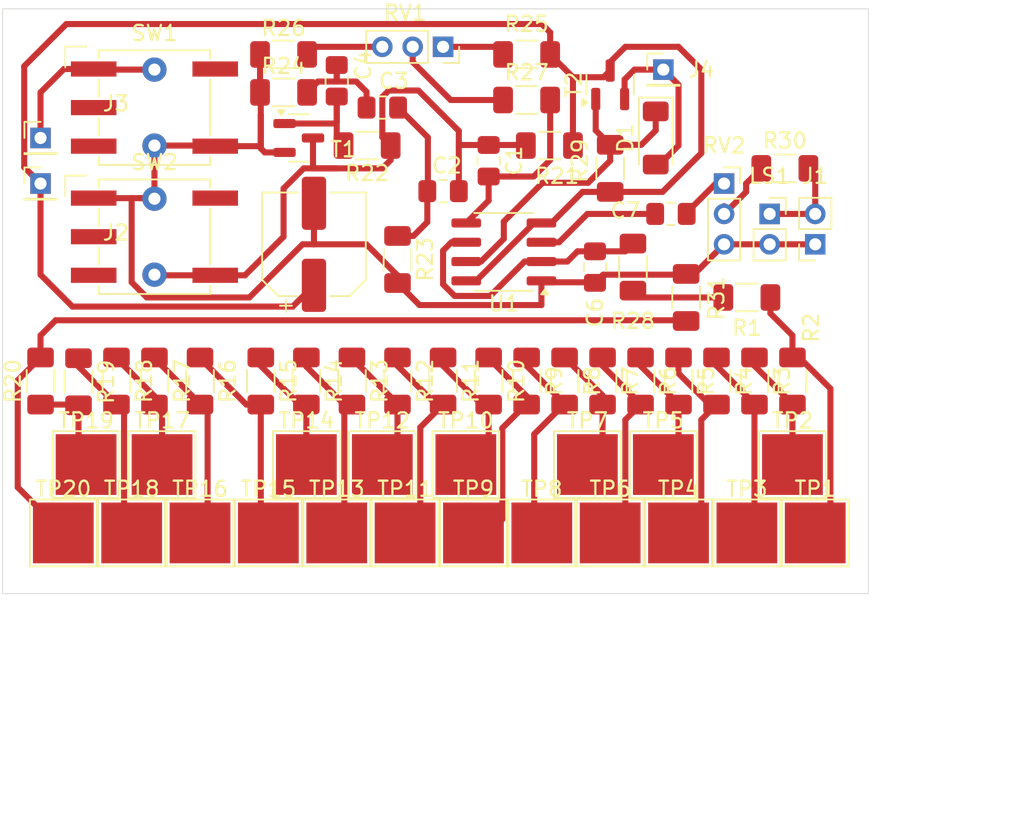
<source format=kicad_pcb>
(kicad_pcb (version 20240108) (generator "pcbnew") (generator_version "8.0")
  (layers (0 "F.Cu" signal) (31 "B.Cu" signal) (34 "B.Paste" user) (35 "F.Paste" user) (36 "B.SilkS" user "B.Silkscreen") (37 "F.SilkS" user "F.Silkscreen") (38 "B.Mask" user) (39 "F.Mask" user) (44 "Edge.Cuts" user))
  (net 0 "")
  (net 1 "Net-(T1-C)")
  (net 2 "Net-(U1-CV)")
  (net 3 "Net-(C2-Pad1)")
  (net 4 "Net-(C3-Pad1)")
  (net 5 "Net-(T1-B)")
  (net 6 "Net-(J2-Pin_1)")
  (net 7 "Net-(U1-THR)")
  (net 8 "Net-(U1-Q)")
  (net 9 "Net-(C7-Pad2)")
  (net 10 "Net-(D1-A)")
  (net 11 "Net-(D1-K)")
  (net 12 "Net-(J3-Pin_1)")
  (net 13 "Net-(R1-Pad1)")
  (net 14 "Net-(R1-Pad2)")
  (net 15 "Net-(R2-Pad2)")
  (net 16 "Net-(R3-Pad2)")
  (net 17 "Net-(R4-Pad2)")
  (net 18 "Net-(R5-Pad2)")
  (net 19 "Net-(R6-Pad2)")
  (net 20 "Net-(R7-Pad2)")
  (net 21 "Net-(R8-Pad2)")
  (net 22 "Net-(R10-Pad1)")
  (net 23 "Net-(R10-Pad2)")
  (net 24 "Net-(R11-Pad2)")
  (net 25 "Net-(R12-Pad2)")
  (net 26 "Net-(R13-Pad2)")
  (net 27 "Net-(R14-Pad2)")
  (net 28 "Net-(R15-Pad2)")
  (net 29 "Net-(R16-Pad2)")
  (net 30 "Net-(R17-Pad2)")
  (net 31 "Net-(R18-Pad2)")
  (net 32 "Net-(R19-Pad2)")
  (net 33 "Net-(R20-Pad2)")
  (net 34 "Net-(R25-Pad2)")
  (net 35 "Net-(R26-Pad1)")
  (net 36 "Net-(R27-Pad1)")
  (net 37 "Net-(R30-Pad1)")
  (net 38 "Net-(J1-Pin_1)")
  (net 39 "Net-(J1-Pin_2)")
  (footprint "Capacitor_SMD:CP_Elec_6.3x7.7" (layer "F.Cu") (at 106.5 119.5 90)
    (property "Reference" "C5" (hide yes))
    (property "Value" "100uF")
  )
  (footprint "Resistor_SMD:R_1206_3216Metric_Pad1.30x1.75mm_HandSolder" (layer "F.Cu") (at 135 123)
    (property "Reference" "R1")
    (property "Value" "33,3k")
  )
  (footprint "TestPoint:TestPoint_Pad_4.0x4.0mm" (layer "F.Cu") (at 106 134)
    (property "Reference" "TP14")
    (property "Value" "Fis")
  )
  (footprint "Diode_SMD:D_MiniMELF" (layer "F.Cu") (at 129 112.5 -90)
    (property "Reference" "D1")
    (property "Value" "1S44")
  )
  (footprint "TestPoint:TestPoint_Pad_4.0x4.0mm" (layer "F.Cu") (at 94.5 138.5)
    (property "Reference" "TP18")
    (property "Value" "D")
  )
  (footprint "Resistor_SMD:R_1206_3216Metric_Pad1.30x1.75mm_HandSolder" (layer "F.Cu") (at 127.5 121 90)
    (property "Reference" "R28")
    (property "Value" "680")
  )
  (footprint "Capacitor_SMD:C_0805_2012Metric_Pad1.18x1.45mm_HandSolder" (layer "F.Cu") (at 115 116)
    (property "Reference" "C2")
    (property "Value" "0,1uF")
  )
  (footprint "TestPoint:TestPoint_Pad_4.0x4.0mm" (layer "F.Cu") (at 91.5 134)
    (property "Reference" "TP19")
    (property "Value" "Cis")
  )
  (footprint "Resistor_SMD:R_1206_3216Metric_Pad1.30x1.75mm_HandSolder" (layer "F.Cu") (at 137.5 114.5)
    (property "Reference" "R30")
    (property "Value" "56")
  )
  (footprint "Resistor_SMD:R_1206_3216Metric_Pad1.30x1.75mm_HandSolder" (layer "F.Cu") (at 138 128.5 -90)
    (property "Reference" "R2")
    (property "Value" "2,05k")
  )
  (footprint "Resistor_SMD:R_1206_3216Metric_Pad1.30x1.75mm_HandSolder" (layer "F.Cu") (at 128 128.5 -90)
    (property "Reference" "R6")
    (property "Value" "2,59k")
  )
  (footprint "Connector_PinSocket_2.00mm:PinSocket_1x02_P2.00mm_Vertical" (layer "F.Cu") (at 136.5 117.5)
    (property "Reference" "LS1")
    (property "Value" "75Ohm" (hide yes))
  )
  (footprint "Button_Switch_SMD:Nidec_Copal_SH-7040B" (layer "F.Cu") (at 96 119)
    (property "Reference" "SW2")
    (property "Value" "Vibrato")
  )
  (footprint "TestPoint:TestPoint_Pad_4.0x4.0mm" (layer "F.Cu") (at 121.5 138.5)
    (property "Reference" "TP8")
    (property "Value" "C")
  )
  (footprint "Package_SO:SOIC-8_3.9x4.9mm_P1.27mm" (layer "F.Cu") (at 119 120 180)
    (property "Reference" "U1")
    (property "Value" "NE555D")
  )
  (footprint "Resistor_SMD:R_1206_3216Metric_Pad1.30x1.75mm_HandSolder" (layer "F.Cu") (at 123 128.5 -90)
    (property "Reference" "R8")
    (property "Value" "2,91k")
  )
  (footprint "Resistor_SMD:R_1206_3216Metric_Pad1.30x1.75mm_HandSolder" (layer "F.Cu") (at 106 128.5 -90)
    (property "Reference" "R14")
    (property "Value" "4,11k")
  )
  (footprint "Connector_PinHeader_2.00mm:PinHeader_1x01_P2.00mm_Vertical" (layer "F.Cu") (at 88.5 112.5)
    (property "Reference" "J3")
    (property "Value" "-")
  )
  (footprint "TestPoint:TestPoint_Pad_4.0x4.0mm" (layer "F.Cu") (at 135 138.5)
    (property "Reference" "TP3")
    (property "Value" "F")
  )
  (footprint "Connector_PinSocket_2.00mm:PinSocket_1x03_P2.00mm_Vertical" (layer "F.Cu") (at 133.5 115.5)
    (property "Reference" "RV2")
    (property "Value" "220")
  )
  (footprint "TestPoint:TestPoint_Pad_4.0x4.0mm" (layer "F.Cu") (at 108 138.5)
    (property "Reference" "TP13")
    (property "Value" "G")
  )
  (footprint "Resistor_SMD:R_1206_3216Metric_Pad1.30x1.75mm_HandSolder" (layer "F.Cu") (at 99 128.5 -90)
    (property "Reference" "R16")
    (property "Value" "4,59k")
  )
  (footprint "Resistor_SMD:R_1206_3216Metric_Pad1.30x1.75mm_HandSolder" (layer "F.Cu") (at 96 128.5 -90)
    (property "Reference" "R17")
    (property "Value" "4,84k")
  )
  (footprint "TestPoint:TestPoint_Pad_4.0x4.0mm" (layer "F.Cu") (at 126 138.5)
    (property "Reference" "TP6")
    (property "Value" "D")
  )
  (footprint "Connector_PinSocket_2.00mm:PinSocket_1x03_P2.00mm_Vertical" (layer "F.Cu") (at 115 106.5 -90)
    (property "Reference" "RV1")
    (property "Value" "4k7")
  )
  (footprint "Resistor_SMD:R_1206_3216Metric_Pad1.30x1.75mm_HandSolder" (layer "F.Cu") (at 135.5 128.5 -90)
    (property "Reference" "R3")
    (property "Value" "2,18k")
  )
  (footprint "Resistor_SMD:R_1206_3216Metric_Pad1.30x1.75mm_HandSolder" (layer "F.Cu") (at 122 113 180)
    (property "Reference" "R21")
    (property "Value" "68k")
  )
  (footprint "TestPoint:TestPoint_Pad_4.0x4.0mm" (layer "F.Cu") (at 116.5 134)
    (property "Reference" "TP10")
    (property "Value" "Ais")
  )
  (footprint "TestPoint:TestPoint_Pad_4.0x4.0mm" (layer "F.Cu") (at 96.5 134)
    (property "Reference" "TP17")
    (property "Value" "Dis")
  )
  (footprint "Button_Switch_SMD:Nidec_Copal_SH-7040B" (layer "F.Cu") (at 96 110.5)
    (property "Reference" "SW1")
    (property "Value" "On/Off")
  )
  (footprint "Resistor_SMD:R_1206_3216Metric_Pad1.30x1.75mm_HandSolder" (layer "F.Cu") (at 120.5 110)
    (property "Reference" "R27")
    (property "Value" "4k7")
  )
  (footprint "TestPoint:TestPoint_Pad_4.0x4.0mm" (layer "F.Cu") (at 90 138.5)
    (property "Reference" "TP20")
    (property "Value" "C")
  )
  (footprint "Resistor_SMD:R_1206_3216Metric_Pad1.30x1.75mm_HandSolder" (layer "F.Cu") (at 109 128.5 -90)
    (property "Reference" "R13")
    (property "Value" "3,88k")
  )
  (footprint "TestPoint:TestPoint_Pad_4.0x4.0mm" (layer "F.Cu") (at 103.5 138.5)
    (property "Reference" "TP15")
    (property "Value" "F")
  )
  (footprint "Capacitor_SMD:C_0805_2012Metric_Pad1.18x1.45mm_HandSolder" (layer "F.Cu") (at 125 121 -90)
    (property "Reference" "C6")
    (property "Value" "27nF")
  )
  (footprint "Resistor_SMD:R_1206_3216Metric_Pad1.30x1.75mm_HandSolder" (layer "F.Cu") (at 91 128.55 -90)
    (property "Reference" "R19")
    (property "Value" "5,49k")
  )
  (footprint "Resistor_SMD:R_1206_3216Metric_Pad1.30x1.75mm_HandSolder" (layer "F.Cu") (at 131 123 90)
    (property "Reference" "R31")
    (property "Value" "270k")
  )
  (footprint "Resistor_SMD:R_1206_3216Metric_Pad1.30x1.75mm_HandSolder" (layer "F.Cu") (at 112 120.5 -90)
    (property "Reference" "R23")
    (property "Value" "58k")
  )
  (footprint "TestPoint:TestPoint_Pad_4.0x4.0mm" (layer "F.Cu") (at 129.5 134)
    (property "Reference" "TP5")
    (property "Value" "Dis")
  )
  (footprint "Resistor_SMD:R_1206_3216Metric_Pad1.30x1.75mm_HandSolder" (layer "F.Cu") (at 110 113 180)
    (property "Reference" "R22")
    (property "Value" "10M")
  )
  (footprint "Capacitor_SMD:C_0805_2012Metric_Pad1.18x1.45mm_HandSolder" (layer "F.Cu") (at 118 114 -90)
    (property "Reference" "C1")
    (property "Value" "0,1uF")
  )
  (footprint "Connector_PinSocket_2.00mm:PinSocket_1x02_P2.00mm_Vertical" (layer "F.Cu") (at 139.5 119.5 180)
    (property "Reference" "J1")
    (property "Value" "Conn_01x02_Socket")
  )
  (footprint "Resistor_SMD:R_1206_3216Metric_Pad1.30x1.75mm_HandSolder" (layer "F.Cu") (at 104.5 109.5 180)
    (property "Reference" "R24")
    (property "Value" "68k")
  )
  (footprint "Resistor_SMD:R_1206_3216Metric_Pad1.30x1.75mm_HandSolder" (layer "F.Cu") (at 120.5 128.5 -90)
    (property "Reference" "R9")
    (property "Value" "3,08k")
  )
  (footprint "Resistor_SMD:R_1206_3216Metric_Pad1.30x1.75mm_HandSolder" (layer "F.Cu") (at 88.5 128.5 90)
    (property "Reference" "R20")
    (property "Value" "5,85k")
  )
  (footprint "Resistor_SMD:R_1206_3216Metric_Pad1.30x1.75mm_HandSolder" (layer "F.Cu") (at 112 128.5 -90)
    (property "Reference" "R12")
    (property "Value" "3,66k")
  )
  (footprint "TestPoint:TestPoint_Pad_4.0x4.0mm" (layer "F.Cu") (at 130.5 138.5)
    (property "Reference" "TP4")
    (property "Value" "E")
  )
  (footprint "Capacitor_SMD:C_0805_2012Metric_Pad1.18x1.45mm_HandSolder" (layer "F.Cu") (at 130 117.5)
    (property "Reference" "C7")
    (property "Value" "10uF")
  )
  (footprint "TestPoint:TestPoint_Pad_4.0x4.0mm" (layer "F.Cu") (at 139.5 138.5)
    (property "Reference" "TP1")
    (property "Value" "G")
  )
  (footprint "TestPoint:TestPoint_Pad_4.0x4.0mm" (layer "F.Cu") (at 124.5 134)
    (property "Reference" "TP7")
    (property "Value" "Cis")
  )
  (footprint "Resistor_SMD:R_1206_3216Metric_Pad1.30x1.75mm_HandSolder" (layer "F.Cu") (at 130.5 128.5 -90)
    (property "Reference" "R5")
    (property "Value" "2,45k")
  )
  (footprint "Resistor_SMD:R_1206_3216Metric_Pad1.30x1.75mm_HandSolder" (layer "F.Cu") (at 125.5 128.5 -90)
    (property "Reference" "R7")
    (property "Value" "2,75k")
  )
  (footprint "Resistor_SMD:R_1206_3216Metric_Pad1.30x1.75mm_HandSolder" (layer "F.Cu") (at 115 128.5 -90)
    (property "Reference" "R11")
    (property "Value" "3,46k")
  )
  (footprint "Resistor_SMD:R_1206_3216Metric_Pad1.30x1.75mm_HandSolder" (layer "F.Cu") (at 118 128.5 -90)
    (property "Reference" "R10")
    (property "Value" "3,27k")
  )
  (footprint "TestPoint:TestPoint_Pad_4.0x4.0mm" (layer "F.Cu") (at 99 138.5)
    (property "Reference" "TP16")
    (property "Value" "E")
  )
  (footprint "Package_TO_SOT_SMD:SOT-23" (layer "F.Cu") (at 105.5 112.5)
    (property "Reference" "T1")
    (property "Value" "BC846")
  )
  (footprint "Resistor_SMD:R_1206_3216Metric_Pad1.30x1.75mm_HandSolder" (layer "F.Cu") (at 120.5 107 180)
    (property "Reference" "R25")
    (property "Value" "1k")
  )
  (footprint "Connector_PinHeader_2.00mm:PinHeader_1x01_P2.00mm_Vertical" (layer "F.Cu") (at 88.5 115.5)
    (property "Reference" "J2")
    (property "Value" "+")
  )
  (footprint "Package_TO_SOT_SMD:SOT-23" (layer "F.Cu") (at 126 109 90)
    (property "Reference" "T2")
    (property "Value" "BC846")
  )
  (footprint "Resistor_SMD:R_1206_3216Metric_Pad1.30x1.75mm_HandSolder" (layer "F.Cu") (at 93.5 128.5 -90)
    (property "Reference" "R18")
    (property "Value" "5,15k")
  )
  (footprint "Resistor_SMD:R_1206_3216Metric_Pad1.30x1.75mm_HandSolder" (layer "F.Cu") (at 126 114.5 90)
    (property "Reference" "R29")
    (property "Value" "4,7k")
  )
  (footprint "TestPoint:TestPoint_Pad_4.0x4.0mm" (layer "F.Cu") (at 138 134)
    (property "Reference" "TP2")
    (property "Value" "Fis")
  )
  (footprint "Resistor_SMD:R_1206_3216Metric_Pad1.30x1.75mm_HandSolder" (layer "F.Cu") (at 104.5 107 180)
    (property "Reference" "R26")
    (property "Value" "3k3")
  )
  (footprint "TestPoint:TestPoint_Pad_4.0x4.0mm" (layer "F.Cu") (at 111 134)
    (property "Reference" "TP12")
    (property "Value" "Gis")
  )
  (footprint "Connector_PinHeader_2.00mm:PinHeader_1x01_P2.00mm_Vertical" (layer "F.Cu") (at 129.5 108)
    (property "Reference" "J4")
    (property "Value" "Stylus")
  )
  (footprint "Capacitor_SMD:C_0805_2012Metric_Pad1.18x1.45mm_HandSolder" (layer "F.Cu") (at 111 110.5)
    (property "Reference" "C3")
    (property "Value" "0,1uF")
  )
  (footprint "Resistor_SMD:R_1206_3216Metric_Pad1.30x1.75mm_HandSolder" (layer "F.Cu") (at 103 128.5 -90)
    (property "Reference" "R15")
    (property "Value" "4,35k")
  )
  (footprint "TestPoint:TestPoint_Pad_4.0x4.0mm" (layer "F.Cu") (at 112.5 138.5)
    (property "Reference" "TP11")
    (property "Value" "A")
  )
  (footprint "TestPoint:TestPoint_Pad_4.0x4.0mm" (layer "F.Cu") (at 117 138.5)
    (property "Reference" "TP9")
    (property "Value" "H")
  )
  (footprint "Resistor_SMD:R_1206_3216Metric_Pad1.30x1.75mm_HandSolder" (layer "F.Cu") (at 133 128.5 -90)
    (property "Reference" "R4")
    (property "Value" "2,32k")
  )
  (footprint "Capacitor_SMD:C_0805_2012Metric_Pad1.18x1.45mm_HandSolder" (layer "F.Cu") (at 108 108.734744 90)
    (property "Reference" "C4")
    (property "Value" "0,1uF")
  )
  (gr_rect (start 86 104) (end 143 142.5) (stroke (width 0.05)) (fill none) (layer "Edge.Cuts"))
  (segment (start 96.04 121.54) (end 96 121.5) (width 0.4) (layer "F.Cu") (net 1))
  (segment (start 120.45 113) (end 120.4125 112.9625) (width 0.4) (layer "F.Cu") (net 1))
  (segment (start 104.5 115.823834) (end 105.823834 114.5) (width 0.4) (layer "F.Cu") (net 1))
  (segment (start 118 112.9625) (end 116.0375 112.9625) (width 0.4) (layer "F.Cu") (net 1))
  (segment (start 100.5 121.54) (end 101.96 121.54) (width 0.4) (layer "F.Cu") (net 1))
  (segment (start 113.375 109.375) (end 116.0375 112.0375) (width 0.4) (layer "F.Cu") (net 1))
  (segment (start 116.0375 112.0375) (end 116.0375 116) (width 0.4) (layer "F.Cu") (net 1))
  (segment (start 101.96 121.54) (end 104.5 119) (width 0.4) (layer "F.Cu") (net 1))
  (segment (start 104.5 119) (end 104.5 115.823834) (width 0.4) (layer "F.Cu") (net 1))
  (segment (start 106.4375 114.4375) (end 106.4375 112.5) (width 0.4) (layer "F.Cu") (net 1))
  (segment (start 111 109.798834) (end 111.423834 109.375) (width 0.4) (layer "F.Cu") (net 1))
  (segment (start 111.55 113) (end 111 112.45) (width 0.4) (layer "F.Cu") (net 1))
  (segment (start 100 121.54) (end 96.04 121.54) (width 0.4) (layer "F.Cu") (net 1))
  (segment (start 120.4125 112.9625) (end 118 112.9625) (width 0.4) (layer "F.Cu") (net 1))
  (segment (start 106.5 114.5) (end 106.4375 114.4375) (width 0.4) (layer "F.Cu") (net 1))
  (segment (start 111.423834 109.375) (end 113.375 109.375) (width 0.4) (layer "F.Cu") (net 1))
  (segment (start 111 112.45) (end 111 109.798834) (width 0.4) (layer "F.Cu") (net 1))
  (segment (start 111.55 113.95) (end 111 114.5) (width 0.4) (layer "F.Cu") (net 1))
  (segment (start 111.55 113) (end 111.55 113.95) (width 0.4) (layer "F.Cu") (net 1))
  (segment (start 111 114.5) (end 106.5 114.5) (width 0.4) (layer "F.Cu") (net 1))
  (segment (start 105.823834 114.5) (end 108 114.5) (width 0.4) (layer "F.Cu") (net 1))
  (via (at 96 121.5) (size 1.6) (drill 0.8) (layers "F.Cu" "B.Cu") (net 1))
  (segment (start 122.05 110) (end 122.05 113.95) (width 0.4) (layer "F.Cu") (net 2))
  (segment (start 122.05 113.95) (end 120.9625 115.0375) (width 0.4) (layer "F.Cu") (net 2))
  (segment (start 118 115.0375) (end 118 116.62) (width 0.4) (layer "F.Cu") (net 2))
  (segment (start 118 116.62) (end 116.525 118.095) (width 0.4) (layer "F.Cu") (net 2))
  (segment (start 120.9625 115.0375) (end 118 115.0375) (width 0.4) (layer "F.Cu") (net 2))
  (segment (start 114 115.9625) (end 114 112.4625) (width 0.4) (layer "F.Cu") (net 3))
  (segment (start 113.05 118.95) (end 112 118.95) (width 0.4) (layer "F.Cu") (net 3))
  (segment (start 113.9625 116) (end 114 115.9625) (width 0.4) (layer "F.Cu") (net 3))
  (segment (start 114 112.4625) (end 112.0375 110.5) (width 0.4) (layer "F.Cu") (net 3))
  (segment (start 113.9625 118.0375) (end 113.05 118.95) (width 0.4) (layer "F.Cu") (net 3))
  (segment (start 113.9625 116) (end 113.9625 118.0375) (width 0.4) (layer "F.Cu") (net 3))
  (segment (start 109.9625 109.4625) (end 109.284744 108.784744) (width 0.4) (layer "F.Cu") (net 4))
  (segment (start 108 108.747244) (end 108 107.697244) (width 0.4) (layer "F.Cu") (net 4))
  (segment (start 109.9625 110.5) (end 109.9625 109.4625) (width 0.4) (layer "F.Cu") (net 4))
  (segment (start 108 108.784744) (end 108 107.697244) (width 0.4) (layer "F.Cu") (net 4))
  (segment (start 106.05 109.5) (end 106.765256 108.784744) (width 0.4) (layer "F.Cu") (net 4))
  (segment (start 107.9625 108.784744) (end 108 108.747244) (width 0.4) (layer "F.Cu") (net 4))
  (segment (start 106.765256 108.784744) (end 107.9625 108.784744) (width 0.4) (layer "F.Cu") (net 4))
  (segment (start 109.284744 108.784744) (end 108 108.784744) (width 0.4) (layer "F.Cu") (net 4))
  (segment (start 108 112.55) (end 108.45 113) (width 0.4) (layer "F.Cu") (net 5))
  (segment (start 108 111.45) (end 108 109.772244) (width 0.4) (layer "F.Cu") (net 5))
  (segment (start 104.5625 111.55) (end 107.9 111.55) (width 0.4) (layer "F.Cu") (net 5))
  (segment (start 107.9 111.55) (end 108 111.45) (width 0.4) (layer "F.Cu") (net 5))
  (segment (start 108 109.772244) (end 108 112.55) (width 0.4) (layer "F.Cu") (net 5))
  (segment (start 129.45 116.05) (end 126 116.05) (width 0.4) (layer "F.Cu") (net 6))
  (segment (start 106.5 122.2) (end 105.1 123.6) (width 0.4) (layer "F.Cu") (net 6))
  (segment (start 126 108.0625) (end 126 107.5) (width 0.4) (layer "F.Cu") (net 6))
  (segment (start 126 107.5) (end 127 106.5) (width 0.4) (layer "F.Cu") (net 6))
  (segment (start 132 108) (end 132 113.5) (width 0.4) (layer "F.Cu") (net 6))
  (segment (start 120.988026 118.095) (end 121.475 118.095) (width 0.4) (layer "F.Cu") (net 6))
  (segment (start 127 106.5) (end 130.5 106.5) (width 0.4) (layer "F.Cu") (net 6))
  (segment (start 123.55 108.5) (end 122.05 107) (width 0.4) (layer "F.Cu") (net 6))
  (segment (start 121.475 118.095) (end 122.139744 118.095) (width 0.4) (layer "F.Cu") (net 6))
  (segment (start 123.55 108.5) (end 125.5625 108.5) (width 0.4) (layer "F.Cu") (net 6))
  (segment (start 90.2 105) (end 121.5 105) (width 0.4) (layer "F.Cu") (net 6))
  (segment (start 122.139744 118.095) (end 124.184744 116.05) (width 0.4) (layer "F.Cu") (net 6))
  (segment (start 122.05 105.55) (end 122.05 107) (width 0.4) (layer "F.Cu") (net 6))
  (segment (start 87.425 107.775) (end 90.2 105) (width 0.4) (layer "F.Cu") (net 6))
  (segment (start 88.5 115.5) (end 87.425 114.425) (width 0.4) (layer "F.Cu") (net 6))
  (segment (start 132 113.5) (end 129.45 116.05) (width 0.4) (layer "F.Cu") (net 6))
  (segment (start 90.6 123.6) (end 88.5 121.5) (width 0.4) (layer "F.Cu") (net 6))
  (segment (start 123.55 113) (end 123.55 108.5) (width 0.4) (layer "F.Cu") (net 6))
  (segment (start 116.525 121.905) (end 117.178026 121.905) (width 0.4) (layer "F.Cu") (net 6))
  (segment (start 125.5625 108.5) (end 126 108.0625) (width 0.4) (layer "F.Cu") (net 6))
  (segment (start 88.5 121.5) (end 88.5 115.5) (width 0.4) (layer "F.Cu") (net 6))
  (segment (start 121.5 105) (end 122.05 105.55) (width 0.4) (layer "F.Cu") (net 6))
  (segment (start 117.178026 121.905) (end 120.988026 118.095) (width 0.4) (layer "F.Cu") (net 6))
  (segment (start 124.184744 116.05) (end 126 116.05) (width 0.4) (layer "F.Cu") (net 6))
  (segment (start 130.5 106.5) (end 132 108) (width 0.4) (layer "F.Cu") (net 6))
  (segment (start 87.425 114.425) (end 87.425 107.775) (width 0.4) (layer "F.Cu") (net 6))
  (segment (start 105.1 123.6) (end 90.6 123.6) (width 0.4) (layer "F.Cu") (net 6))
  (segment (start 126.9875 119.9625) (end 125 119.9625) (width 0.4) (layer "F.Cu") (net 7))
  (segment (start 120.365 120.635) (end 118.1 122.9) (width 0.4) (layer "F.Cu") (net 7))
  (segment (start 125 119.9625) (end 123.850987 119.9625) (width 0.4) (layer "F.Cu") (net 7))
  (segment (start 127.5 119.45) (end 126.9875 119.9625) (width 0.4) (layer "F.Cu") (net 7))
  (segment (start 115 122.136974) (end 115 119.915001) (width 0.4) (layer "F.Cu") (net 7))
  (segment (start 123.178487 120.635) (end 121.475 120.635) (width 0.4) (layer "F.Cu") (net 7))
  (segment (start 123.850987 119.9625) (end 123.178487 120.635) (width 0.4) (layer "F.Cu") (net 7))
  (segment (start 121.475 120.635) (end 120.365 120.635) (width 0.4) (layer "F.Cu") (net 7))
  (segment (start 115.550001 119.365) (end 116.525 119.365) (width 0.4) (layer "F.Cu") (net 7))
  (segment (start 115 119.915001) (end 115.550001 119.365) (width 0.4) (layer "F.Cu") (net 7))
  (segment (start 115.763026 122.9) (end 115 122.136974) (width 0.4) (layer "F.Cu") (net 7))
  (segment (start 118.1 122.9) (end 115.763026 122.9) (width 0.4) (layer "F.Cu") (net 7))
  (segment (start 121.475 119.365) (end 122.635 119.365) (width 0.4) (layer "F.Cu") (net 8))
  (segment (start 122.635 119.365) (end 124.5 117.5) (width 0.4) (layer "F.Cu") (net 8))
  (segment (start 124.5 117.5) (end 128.9625 117.5) (width 0.4) (layer "F.Cu") (net 8))
  (segment (start 132.95 115.5) (end 131.0375 117.4125) (width 0.4) (layer "F.Cu") (net 9))
  (segment (start 133.5 115.5) (end 132.95 115.5) (width 0.4) (layer "F.Cu") (net 9))
  (segment (start 131.0375 117.4125) (end 131.0375 117.5) (width 0.4) (layer "F.Cu") (net 9))
  (segment (start 129.25 114.25) (end 129 114.25) (width 0.4) (layer "F.Cu") (net 10))
  (segment (start 130.5 113) (end 129.25 114.25) (width 0.4) (layer "F.Cu") (net 10))
  (segment (start 126.95 108.65) (end 127.6 108) (width 0.4) (layer "F.Cu") (net 10))
  (segment (start 130.5 109) (end 130.5 113) (width 0.4) (layer "F.Cu") (net 10))
  (segment (start 126.95 109.9375) (end 126.95 108.65) (width 0.4) (layer "F.Cu") (net 10))
  (segment (start 127.6 108) (end 129.5 108) (width 0.4) (layer "F.Cu") (net 10))
  (segment (start 129.5 108) (end 130.5 109) (width 0.4) (layer "F.Cu") (net 10))
  (segment (start 117.499999 120.635) (end 119 119.134999) (width 0.4) (layer "F.Cu") (net 11))
  (segment (start 125.05 109.9375) (end 125.05 112) (width 0.4) (layer "F.Cu") (net 11))
  (segment (start 128.05 112.95) (end 126 112.95) (width 0.4) (layer "F.Cu") (net 11))
  (segment (start 124.55 115.45) (end 126 114) (width 0.4) (layer "F.Cu") (net 11))
  (segment (start 116.525 120.635) (end 117.499999 120.635) (width 0.4) (layer "F.Cu") (net 11))
  (segment (start 125.05 112) (end 126 112.95) (width 0.4) (layer "F.Cu") (net 11))
  (segment (start 121.55 115.45) (end 124.55 115.45) (width 0.4) (layer "F.Cu") (net 11))
  (segment (start 129 112) (end 128.05 112.95) (width 0.4) (layer "F.Cu") (net 11))
  (segment (start 119 119.134999) (end 119 118) (width 0.4) (layer "F.Cu") (net 11))
  (segment (start 129 110.75) (end 129 112) (width 0.4) (layer "F.Cu") (net 11))
  (segment (start 126 114) (end 126 112.95) (width 0.4) (layer "F.Cu") (net 11))
  (segment (start 119 118) (end 121.55 115.45) (width 0.4) (layer "F.Cu") (net 11))
  (segment (start 88.5 109.5) (end 90.04 107.96) (width 0.4) (layer "F.Cu") (net 12))
  (segment (start 96 108) (end 92.04 108) (width 0.4) (layer "F.Cu") (net 12))
  (segment (start 92.04 108) (end 92 107.96) (width 0.4) (layer "F.Cu") (net 12))
  (segment (start 88.5 112.5) (end 88.5 109.5) (width 0.4) (layer "F.Cu") (net 12))
  (segment (start 90.04 107.96) (end 92 107.96) (width 0.4) (layer "F.Cu") (net 12))
  (via (at 96 108) (size 1.6) (drill 0.8) (layers "F.Cu" "B.Cu") (net 12))
  (segment (start 127.5 122.55) (end 127.95 123) (width 0.4) (layer "F.Cu") (net 13))
  (segment (start 127.95 123) (end 133.45 123) (width 0.4) (layer "F.Cu") (net 13))
  (segment (start 138 126.95) (end 138.45 126.95) (width 0.4) (layer "F.Cu") (net 14))
  (segment (start 136.55 123) (end 136.55 124.05) (width 0.4) (layer "F.Cu") (net 14))
  (segment (start 140.5 129) (end 140.5 137.5) (width 0.4) (layer "F.Cu") (net 14))
  (segment (start 140.5 137.5) (end 139.5 138.5) (width 0.4) (layer "F.Cu") (net 14))
  (segment (start 138.45 126.95) (end 140.5 129) (width 0.4) (layer "F.Cu") (net 14))
  (segment (start 138 125.5) (end 138 126.95) (width 0.4) (layer "F.Cu") (net 14))
  (segment (start 136.55 124.05) (end 138 125.5) (width 0.4) (layer "F.Cu") (net 14))
  (segment (start 135.5 127.5) (end 138 130) (width 0.4) (layer "F.Cu") (net 15))
  (segment (start 138 130) (end 138 130.05) (width 0.4) (layer "F.Cu") (net 15))
  (segment (start 138 130.05) (end 138 134) (width 0.4) (layer "F.Cu") (net 15))
  (segment (start 135.5 126.95) (end 135.5 127.5) (width 0.4) (layer "F.Cu") (net 15))
  (segment (start 135.5 130) (end 135.5 130.05) (width 0.4) (layer "F.Cu") (net 16))
  (segment (start 135.5 130.05) (end 135.5 138) (width 0.4) (layer "F.Cu") (net 16))
  (segment (start 133 126.95) (end 133 127.5) (width 0.4) (layer "F.Cu") (net 16))
  (segment (start 133 127.5) (end 135.5 130) (width 0.4) (layer "F.Cu") (net 16))
  (segment (start 135.5 138) (end 135 138.5) (width 0.4) (layer "F.Cu") (net 16))
  (segment (start 132.55 130.05) (end 133 130.05) (width 0.4) (layer "F.Cu") (net 17))
  (segment (start 133 130.05) (end 132 131.05) (width 0.4) (layer "F.Cu") (net 17))
  (segment (start 130.5 126.95) (end 130.5 128) (width 0.4) (layer "F.Cu") (net 17))
  (segment (start 132 137) (end 130.5 138.5) (width 0.4) (layer "F.Cu") (net 17))
  (segment (start 132 131.05) (end 132 137) (width 0.4) (layer "F.Cu") (net 17))
  (segment (start 130.5 128) (end 132.55 130.05) (width 0.4) (layer "F.Cu") (net 17))
  (segment (start 130.5 130.05) (end 130.5 133) (width 0.4) (layer "F.Cu") (net 18))
  (segment (start 130.5 130) (end 130.5 130.05) (width 0.4) (layer "F.Cu") (net 18))
  (segment (start 128 126.95) (end 128 127.5) (width 0.4) (layer "F.Cu") (net 18))
  (segment (start 130.5 133) (end 129.5 134) (width 0.4) (layer "F.Cu") (net 18))
  (segment (start 128 127.5) (end 130.5 130) (width 0.4) (layer "F.Cu") (net 18))
  (segment (start 128 130.05) (end 127 131.05) (width 0.4) (layer "F.Cu") (net 19))
  (segment (start 127 137.5) (end 126 138.5) (width 0.4) (layer "F.Cu") (net 19))
  (segment (start 127 131.05) (end 127 137.5) (width 0.4) (layer "F.Cu") (net 19))
  (segment (start 125.5 126.95) (end 125.5 127.5) (width 0.4) (layer "F.Cu") (net 19))
  (segment (start 128 130) (end 128 130.05) (width 0.4) (layer "F.Cu") (net 19))
  (segment (start 125.5 127.5) (end 128 130) (width 0.4) (layer "F.Cu") (net 19))
  (segment (start 125.5 129.45) (end 125.5 130.05) (width 0.4) (layer "F.Cu") (net 20))
  (segment (start 125.5 133) (end 124.5 134) (width 0.4) (layer "F.Cu") (net 20))
  (segment (start 125.5 130.05) (end 125.5 133) (width 0.4) (layer "F.Cu") (net 20))
  (segment (start 123 126.95) (end 125.5 129.45) (width 0.4) (layer "F.Cu") (net 20))
  (segment (start 120.5 127.5) (end 123 130) (width 0.4) (layer "F.Cu") (net 21))
  (segment (start 123 130) (end 123 130.05) (width 0.4) (layer "F.Cu") (net 21))
  (segment (start 121 138) (end 121.5 138.5) (width 0.4) (layer "F.Cu") (net 21))
  (segment (start 122.95 130.05) (end 121 132) (width 0.4) (layer "F.Cu") (net 21))
  (segment (start 120.5 126.95) (end 120.5 127.5) (width 0.4) (layer "F.Cu") (net 21))
  (segment (start 123 130.05) (end 122.95 130.05) (width 0.4) (layer "F.Cu") (net 21))
  (segment (start 121 132) (end 121 138) (width 0.4) (layer "F.Cu") (net 21))
  (segment (start 118.9 131.6) (end 118.9 137.6) (width 0.4) (layer "F.Cu") (net 22))
  (segment (start 118 126.95) (end 118 127) (width 0.4) (layer "F.Cu") (net 22))
  (segment (start 118.9 137.6) (end 118 138.5) (width 0.4) (layer "F.Cu") (net 22))
  (segment (start 120.5 129.5) (end 120.5 130.05) (width 0.4) (layer "F.Cu") (net 22))
  (segment (start 118 127) (end 120.5 129.5) (width 0.4) (layer "F.Cu") (net 22))
  (segment (start 120.45 130.05) (end 118.9 131.6) (width 0.4) (layer "F.Cu") (net 22))
  (segment (start 120.5 130.05) (end 120.45 130.05) (width 0.4) (layer "F.Cu") (net 22))
  (segment (start 118 132.5) (end 116.5 134) (width 0.4) (layer "F.Cu") (net 23))
  (segment (start 115 127.5) (end 117.55 130.05) (width 0.4) (layer "F.Cu") (net 23))
  (segment (start 115 126.95) (end 115 127.5) (width 0.4) (layer "F.Cu") (net 23))
  (segment (start 118 130.05) (end 118 132.5) (width 0.4) (layer "F.Cu") (net 23))
  (segment (start 117.55 130.05) (end 118 130.05) (width 0.4) (layer "F.Cu") (net 23))
  (segment (start 113.5 131.55) (end 113.5 138) (width 0.4) (layer "F.Cu") (net 24))
  (segment (start 115 130.05) (end 113.5 131.55) (width 0.4) (layer "F.Cu") (net 24))
  (segment (start 112 126.95) (end 112 127.5) (width 0.4) (layer "F.Cu") (net 24))
  (segment (start 112 127.5) (end 114.55 130.05) (width 0.4) (layer "F.Cu") (net 24))
  (segment (start 113.5 138) (end 113 138.5) (width 0.4) (layer "F.Cu") (net 24))
  (segment (start 114.55 130.05) (end 115 130.05) (width 0.4) (layer "F.Cu") (net 24))
  (segment (start 112 133) (end 111 134) (width 0.4) (layer "F.Cu") (net 25))
  (segment (start 112 130) (end 112 130.05) (width 0.4) (layer "F.Cu") (net 25))
  (segment (start 109 127) (end 112 130) (width 0.4) (layer "F.Cu") (net 25))
  (segment (start 112 130.05) (end 112 133) (width 0.4) (layer "F.Cu") (net 25))
  (segment (start 109 126.95) (end 109 127) (width 0.4) (layer "F.Cu") (net 25))
  (segment (start 109 130.05) (end 108.5 130.55) (width 0.4) (layer "F.Cu") (net 26))
  (segment (start 108.5 138) (end 108 138.5) (width 0.4) (layer "F.Cu") (net 26))
  (segment (start 106 126.95) (end 106 127.55) (width 0.4) (layer "F.Cu") (net 26))
  (segment (start 108.5 130.05) (end 109 130.05) (width 0.4) (layer "F.Cu") (net 26))
  (segment (start 106 127.55) (end 108.5 130.05) (width 0.4) (layer "F.Cu") (net 26))
  (segment (start 108.5 130.55) (end 108.5 138) (width 0.4) (layer "F.Cu") (net 26))
  (segment (start 103 127.5) (end 105.55 130.05) (width 0.4) (layer "F.Cu") (net 27))
  (segment (start 103 126.95) (end 103 127.5) (width 0.4) (layer "F.Cu") (net 27))
  (segment (start 105.55 130.05) (end 106 130.05) (width 0.4) (layer "F.Cu") (net 27))
  (segment (start 106 130.05) (end 106 134) (width 0.4) (layer "F.Cu") (net 27))
  (segment (start 99 126.95) (end 99 127) (width 0.4) (layer "F.Cu") (net 28))
  (segment (start 102.05 130.05) (end 103.05 130.05) (width 0.4) (layer "F.Cu") (net 28))
  (segment (start 102.05 130.05) (end 103 130.05) (width 0.4) (layer "F.Cu") (net 28))
  (segment (start 103 130.05) (end 103 138.5) (width 0.4) (layer "F.Cu") (net 28))
  (segment (start 99 127) (end 102.05 130.05) (width 0.4) (layer "F.Cu") (net 28))
  (segment (start 96 126.95) (end 96 127) (width 0.4) (layer "F.Cu") (net 29))
  (segment (start 99 130) (end 99 130.05) (width 0.4) (layer "F.Cu") (net 29))
  (segment (start 96 127) (end 99 130) (width 0.4) (layer "F.Cu") (net 29))
  (segment (start 99.5 138) (end 99 138.5) (width 0.4) (layer "F.Cu") (net 29))
  (segment (start 99.5 130.55) (end 99.5 138) (width 0.4) (layer "F.Cu") (net 29))
  (segment (start 99 130.05) (end 99.5 130.55) (width 0.4) (layer "F.Cu") (net 29))
  (segment (start 93.5 126.95) (end 93.5 127) (width 0.4) (layer "F.Cu") (net 30))
  (segment (start 96 130.05) (end 96.5 130.55) (width 0.4) (layer "F.Cu") (net 30))
  (segment (start 93.5 127) (end 96 129.5) (width 0.4) (layer "F.Cu") (net 30))
  (segment (start 96.5 130.55) (end 96.5 134) (width 0.4) (layer "F.Cu") (net 30))
  (segment (start 96 129.5) (end 96 130.05) (width 0.4) (layer "F.Cu") (net 30))
  (segment (start 93.5 130.05) (end 94 130.55) (width 0.4) (layer "F.Cu") (net 31))
  (segment (start 94 130.55) (end 94 138) (width 0.4) (layer "F.Cu") (net 31))
  (segment (start 94 138) (end 94.5 138.5) (width 0.4) (layer "F.Cu") (net 31))
  (segment (start 91 127.55) (end 93.5 130.05) (width 0.4) (layer "F.Cu") (net 31))
  (segment (start 91 127) (end 91 127.55) (width 0.4) (layer "F.Cu") (net 31))
  (segment (start 88.5 130.05) (end 90.95 130.05) (width 0.4) (layer "F.Cu") (net 32))
  (segment (start 91 133.5) (end 90.5 134) (width 0.4) (layer "F.Cu") (net 32))
  (segment (start 90.95 130.05) (end 91 130.1) (width 0.4) (layer "F.Cu") (net 32))
  (segment (start 91 130.1) (end 91 133.5) (width 0.4) (layer "F.Cu") (net 32))
  (segment (start 87 128.45) (end 88.5 126.95) (width 0.4) (layer "F.Cu") (net 33))
  (segment (start 88.5 125.5) (end 88.5 126.95) (width 0.4) (layer "F.Cu") (net 33))
  (segment (start 130.95 124.5) (end 89.5 124.5) (width 0.4) (layer "F.Cu") (net 33))
  (segment (start 89.5 124.5) (end 88.5 125.5) (width 0.4) (layer "F.Cu") (net 33))
  (segment (start 131 124.55) (end 130.95 124.5) (width 0.4) (layer "F.Cu") (net 33))
  (segment (start 87 135.5) (end 87 128.45) (width 0.4) (layer "F.Cu") (net 33))
  (segment (start 90 138.5) (end 87 135.5) (width 0.4) (layer "F.Cu") (net 33))
  (segment (start 118.95 107) (end 118.45 106.5) (width 0.4) (layer "F.Cu") (net 34))
  (segment (start 118.45 106.5) (end 115 106.5) (width 0.4) (layer "F.Cu") (net 34))
  (segment (start 106.55 106.5) (end 111 106.5) (width 0.4) (layer "F.Cu") (net 35))
  (segment (start 106.05 107) (end 106.55 106.5) (width 0.4) (layer "F.Cu") (net 35))
  (segment (start 113 107.5) (end 113 106.5) (width 0.4) (layer "F.Cu") (net 36))
  (segment (start 115.5 110) (end 113 107.5) (width 0.4) (layer "F.Cu") (net 36))
  (segment (start 118.95 110) (end 115.5 110) (width 0.4) (layer "F.Cu") (net 36))
  (segment (start 133.5 117.5) (end 134.95 116.05) (width 0.4) (layer "F.Cu") (net 37))
  (segment (start 134.95 116.05) (end 134.95 115.5) (width 0.4) (layer "F.Cu") (net 37))
  (segment (start 133.5 116.984744) (end 133.5 117.5) (width 0.4) (layer "F.Cu") (net 37))
  (segment (start 134.95 115.5) (end 135.95 114.5) (width 0.4) (layer "F.Cu") (net 37))
  (segment (start 139.5 119.5) (end 136.5 119.5) (width 0.4) (layer "F.Cu") (net 38))
  (segment (start 109.95 119.5) (end 112 121.55) (width 0.4) (layer "F.Cu") (net 38))
  (segment (start 125 122.0375) (end 124.9625 122) (width 0.4) (layer "F.Cu") (net 38))
  (segment (start 124.9625 122) (end 121.57 122) (width 0.4) (layer "F.Cu") (net 38))
  (segment (start 95.92 116.42) (end 96 116.5) (width 0.4) (layer "F.Cu") (net 38))
  (segment (start 95.38 116.46) (end 92.5 116.46) (width 0.4) (layer "F.Cu") (net 38))
  (segment (start 94.5 122) (end 94.5 116.46) (width 0.4) (layer "F.Cu") (net 38))
  (segment (start 103 109.55) (end 103 111) (width 0.4) (layer "F.Cu") (net 38))
  (segment (start 121.57 122) (end 121.475 121.905) (width 0.4) (layer "F.Cu") (net 38))
  (segment (start 102.95 109.5) (end 103 109.55) (width 0.4) (layer "F.Cu") (net 38))
  (segment (start 131.55 121.45) (end 131 121.45) (width 0.4) (layer "F.Cu") (net 38))
  (segment (start 125.5375 121.5) (end 125 122.0375) (width 0.4) (layer "F.Cu") (net 38))
  (segment (start 133.5 119.5) (end 131.55 121.45) (width 0.4) (layer "F.Cu") (net 38))
  (segment (start 96 116.5) (end 95.96 116.46) (width 0.4) (layer "F.Cu") (net 38))
  (segment (start 103 111) (end 103 113.184744) (width 0.4) (layer "F.Cu") (net 38))
  (segment (start 95.42 116.42) (end 95.92 116.42) (width 0.4) (layer "F.Cu") (net 38))
  (segment (start 130.95 121.5) (end 125.5375 121.5) (width 0.4) (layer "F.Cu") (net 38))
  (segment (start 133.5 119.5) (end 136.5 119.5) (width 0.4) (layer "F.Cu") (net 38))
  (segment (start 95.5 123) (end 94.5 122) (width 0.4) (layer "F.Cu") (net 38))
  (segment (start 95.42 116.42) (end 95.38 116.46) (width 0.4) (layer "F.Cu") (net 38))
  (segment (start 113.45 123.5) (end 112 122.05) (width 0.4) (layer "F.Cu") (net 38))
  (segment (start 121.475 121.905) (end 121.475 123.5) (width 0.4) (layer "F.Cu") (net 38))
  (segment (start 103.265256 113.45) (end 104.5625 113.45) (width 0.4) (layer "F.Cu") (net 38))
  (segment (start 131 121.45) (end 130.95 121.5) (width 0.4) (layer "F.Cu") (net 38))
  (segment (start 112 121.55) (end 112 122.05) (width 0.4) (layer "F.Cu") (net 38))
  (segment (start 96 113) (end 99.96 113) (width 0.4) (layer "F.Cu") (net 38))
  (segment (start 96 113) (end 96 116.5) (width 0.4) (layer "F.Cu") (net 38))
  (segment (start 102.95 109.5) (end 102.95 107) (width 0.4) (layer "F.Cu") (net 38))
  (segment (start 106.5 119.5) (end 105.75 119.5) (width 0.4) (layer "F.Cu") (net 38))
  (segment (start 95.96 116.46) (end 95 116.46) (width 0.4) (layer "F.Cu") (net 38))
  (segment (start 105.75 119.5) (end 102.25 123) (width 0.4) (layer "F.Cu") (net 38))
  (segment (start 121.475 123.5) (end 113.45 123.5) (width 0.4) (layer "F.Cu") (net 38))
  (segment (start 102.96 113.04) (end 103 113) (width 0.4) (layer "F.Cu") (net 38))
  (segment (start 102.25 123) (end 95.5 123) (width 0.4) (layer "F.Cu") (net 38))
  (segment (start 106.5 116.8) (end 106.5 119.5) (width 0.4) (layer "F.Cu") (net 38))
  (segment (start 100 113.04) (end 102.96 113.04) (width 0.4) (layer "F.Cu") (net 38))
  (segment (start 106.5 119.5) (end 109.95 119.5) (width 0.4) (layer "F.Cu") (net 38))
  (segment (start 103 113.184744) (end 103.265256 113.45) (width 0.4) (layer "F.Cu") (net 38))
  (segment (start 103 113) (end 103 111) (width 0.4) (layer "F.Cu") (net 38))
  (segment (start 99.96 113) (end 100 113.04) (width 0.4) (layer "F.Cu") (net 38))
  (via (at 96 116.5) (size 1.6) (drill 0.8) (layers "F.Cu" "B.Cu") (net 38))
  (via (at 96 113) (size 1.6) (drill 0.8) (layers "F.Cu" "B.Cu") (net 38))
  (segment (start 139.05 114.5) (end 139.5 114.95) (width 0.4) (layer "F.Cu") (net 39))
  (segment (start 136.5 117.5) (end 139.5 117.5) (width 0.4) (layer "F.Cu") (net 39))
  (segment (start 139.5 114.95) (end 139.5 117.5) (width 0.4) (layer "F.Cu") (net 39))
)
</source>
